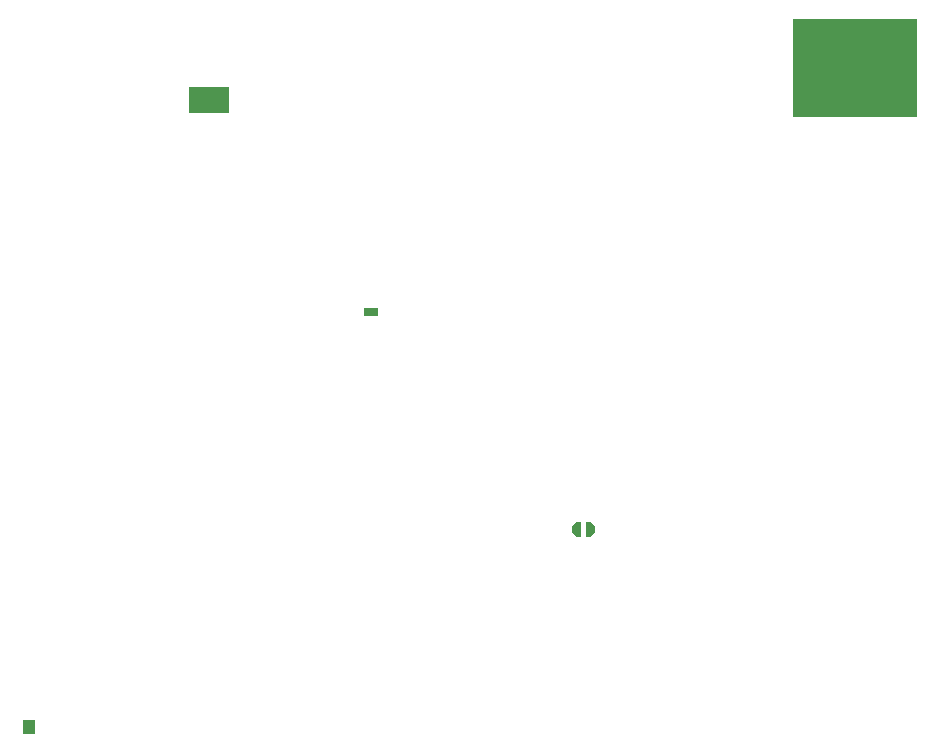
<source format=gbp>
G04*
G04 #@! TF.GenerationSoftware,Altium Limited,Altium Designer,20.1.7 (139)*
G04*
G04 Layer_Color=128*
%FSLAX25Y25*%
%MOIN*%
G70*
G04*
G04 #@! TF.SameCoordinates,24E638B0-66B5-4ADB-958A-7C5563F4B5AF*
G04*
G04*
G04 #@! TF.FilePolarity,Positive*
G04*
G01*
G75*
%ADD30R,0.05000X0.03000*%
%ADD33R,0.04330X0.04720*%
%ADD60R,0.41350X0.33150*%
%ADD62R,0.13800X0.08500*%
G36*
X444970Y238160D02*
X443300D01*
X441720Y236590D01*
Y234810D01*
X443300Y233240D01*
X444970D01*
Y238160D01*
D02*
G37*
G36*
X446350Y233240D02*
X448020D01*
X449600Y234860D01*
Y236640D01*
X448020Y238160D01*
X446350D01*
Y233240D01*
D02*
G37*
D30*
X374800Y308300D02*
D03*
D33*
X260805Y169800D02*
D03*
D60*
X536312Y389619D02*
D03*
D62*
X320800Y378800D02*
D03*
M02*

</source>
